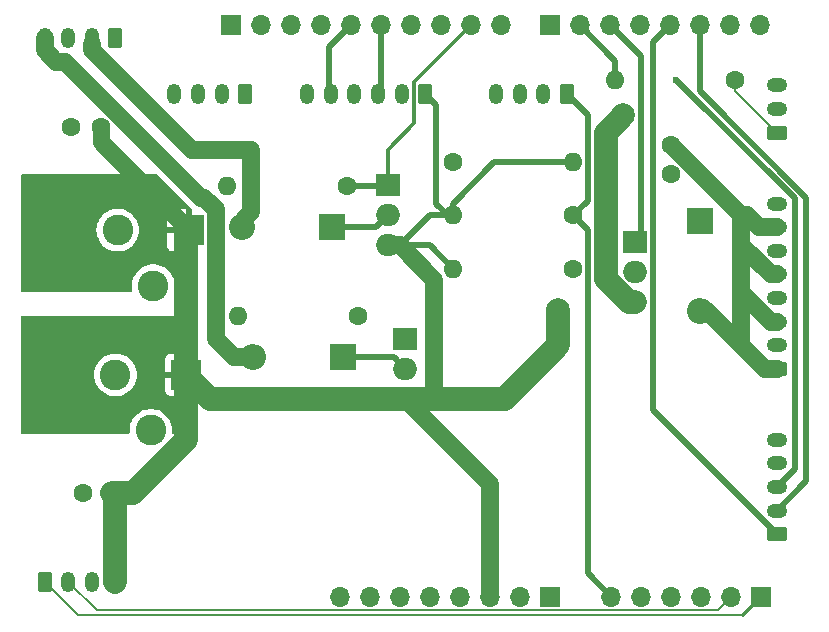
<source format=gbr>
%TF.GenerationSoftware,KiCad,Pcbnew,8.0.4*%
%TF.CreationDate,2024-09-29T14:54:36-07:00*%
%TF.ProjectId,PACE_PCB,50414345-5f50-4434-922e-6b696361645f,rev?*%
%TF.SameCoordinates,Original*%
%TF.FileFunction,Copper,L2,Bot*%
%TF.FilePolarity,Positive*%
%FSLAX46Y46*%
G04 Gerber Fmt 4.6, Leading zero omitted, Abs format (unit mm)*
G04 Created by KiCad (PCBNEW 8.0.4) date 2024-09-29 14:54:36*
%MOMM*%
%LPD*%
G01*
G04 APERTURE LIST*
G04 Aperture macros list*
%AMRoundRect*
0 Rectangle with rounded corners*
0 $1 Rounding radius*
0 $2 $3 $4 $5 $6 $7 $8 $9 X,Y pos of 4 corners*
0 Add a 4 corners polygon primitive as box body*
4,1,4,$2,$3,$4,$5,$6,$7,$8,$9,$2,$3,0*
0 Add four circle primitives for the rounded corners*
1,1,$1+$1,$2,$3*
1,1,$1+$1,$4,$5*
1,1,$1+$1,$6,$7*
1,1,$1+$1,$8,$9*
0 Add four rect primitives between the rounded corners*
20,1,$1+$1,$2,$3,$4,$5,0*
20,1,$1+$1,$4,$5,$6,$7,0*
20,1,$1+$1,$6,$7,$8,$9,0*
20,1,$1+$1,$8,$9,$2,$3,0*%
G04 Aperture macros list end*
%TA.AperFunction,ComponentPad*%
%ADD10RoundRect,0.250000X0.350000X0.625000X-0.350000X0.625000X-0.350000X-0.625000X0.350000X-0.625000X0*%
%TD*%
%TA.AperFunction,ComponentPad*%
%ADD11O,1.200000X1.750000*%
%TD*%
%TA.AperFunction,ComponentPad*%
%ADD12R,2.600000X2.600000*%
%TD*%
%TA.AperFunction,ComponentPad*%
%ADD13C,2.600000*%
%TD*%
%TA.AperFunction,ComponentPad*%
%ADD14C,1.600000*%
%TD*%
%TA.AperFunction,ComponentPad*%
%ADD15O,1.600000X1.600000*%
%TD*%
%TA.AperFunction,ComponentPad*%
%ADD16R,2.200000X2.200000*%
%TD*%
%TA.AperFunction,ComponentPad*%
%ADD17O,2.200000X2.200000*%
%TD*%
%TA.AperFunction,ComponentPad*%
%ADD18R,2.000000X1.905000*%
%TD*%
%TA.AperFunction,ComponentPad*%
%ADD19O,2.000000X1.905000*%
%TD*%
%TA.AperFunction,ComponentPad*%
%ADD20RoundRect,0.250000X0.625000X-0.350000X0.625000X0.350000X-0.625000X0.350000X-0.625000X-0.350000X0*%
%TD*%
%TA.AperFunction,ComponentPad*%
%ADD21O,1.750000X1.200000*%
%TD*%
%TA.AperFunction,ComponentPad*%
%ADD22RoundRect,0.250000X-0.350000X-0.625000X0.350000X-0.625000X0.350000X0.625000X-0.350000X0.625000X0*%
%TD*%
%TA.AperFunction,ComponentPad*%
%ADD23R,1.700000X1.700000*%
%TD*%
%TA.AperFunction,ComponentPad*%
%ADD24O,1.700000X1.700000*%
%TD*%
%TA.AperFunction,ViaPad*%
%ADD25C,2.000000*%
%TD*%
%TA.AperFunction,ViaPad*%
%ADD26C,0.600000*%
%TD*%
%TA.AperFunction,Conductor*%
%ADD27C,1.500000*%
%TD*%
%TA.AperFunction,Conductor*%
%ADD28C,2.000000*%
%TD*%
%TA.AperFunction,Conductor*%
%ADD29C,0.500000*%
%TD*%
%TA.AperFunction,Conductor*%
%ADD30C,1.450000*%
%TD*%
%TA.AperFunction,Conductor*%
%ADD31C,0.200000*%
%TD*%
%TA.AperFunction,Conductor*%
%ADD32C,0.300000*%
%TD*%
G04 APERTURE END LIST*
D10*
%TO.P,J1,1,Pin_1*%
%TO.N,+5V*%
X120000000Y-55250000D03*
D11*
%TO.P,J1,2,Pin_2*%
%TO.N,GND*%
X118000000Y-55250000D03*
%TO.P,J1,3,Pin_3*%
%TO.N,+5V*%
X116000000Y-55250000D03*
%TO.P,J1,4,Pin_4*%
%TO.N,GND*%
X114000000Y-55250000D03*
%TD*%
D12*
%TO.P,12v+1,1*%
%TO.N,GND*%
X115200000Y-66750000D03*
D13*
%TO.P,12v+1,2*%
%TO.N,+12V*%
X109200000Y-66750000D03*
%TO.P,12v+1,3*%
%TO.N,N/C*%
X112200000Y-71450000D03*
%TD*%
D14*
%TO.P,R4,1*%
%TO.N,/PhotoResistor*%
X147745000Y-65500000D03*
D15*
%TO.P,R4,2*%
%TO.N,GND*%
X137585000Y-65500000D03*
%TD*%
D16*
%TO.P,D1,1,K*%
%TO.N,Net-(D1-K)*%
X128310000Y-77500000D03*
D17*
%TO.P,D1,2,A*%
%TO.N,Net-(D1-A)*%
X120690000Y-77500000D03*
%TD*%
D18*
%TO.P,Q1,1,G*%
%TO.N,/Pump 2*%
X133555000Y-75960000D03*
D19*
%TO.P,Q1,2,D*%
%TO.N,Net-(D1-K)*%
X133555000Y-78500000D03*
%TO.P,Q1,3,S*%
%TO.N,GND*%
X133555000Y-81040000D03*
%TD*%
D14*
%TO.P,C1,1*%
%TO.N,+12V*%
X105250000Y-58000000D03*
%TO.P,C1,2*%
%TO.N,GND*%
X107750000Y-58000000D03*
%TD*%
D18*
%TO.P,Q2,1,G*%
%TO.N,/Pump 1*%
X132055000Y-62960000D03*
D19*
%TO.P,Q2,2,D*%
%TO.N,Net-(D2-K)*%
X132055000Y-65500000D03*
%TO.P,Q2,3,S*%
%TO.N,GND*%
X132055000Y-68040000D03*
%TD*%
D14*
%TO.P,R1,1*%
%TO.N,/Pump 2*%
X129580000Y-74000000D03*
D15*
%TO.P,R1,2*%
%TO.N,GND*%
X119420000Y-74000000D03*
%TD*%
D16*
%TO.P,D3,1,K*%
%TO.N,Net-(D3-K)*%
X158500000Y-65940000D03*
D17*
%TO.P,D3,2,A*%
%TO.N,Net-(D3-A)*%
X158500000Y-73560000D03*
%TD*%
D20*
%TO.P,LEDs1,1,Pin_1*%
%TO.N,Net-(LEDs1-Pin_1)*%
X165000000Y-58500000D03*
D21*
%TO.P,LEDs1,2,Pin_2*%
%TO.N,+5V*%
X165000000Y-56500000D03*
%TO.P,LEDs1,3,Pin_3*%
%TO.N,GND*%
X165000000Y-54500000D03*
%TD*%
D12*
%TO.P,5V+1,1*%
%TO.N,GND*%
X115000000Y-79000000D03*
D13*
%TO.P,5V+1,2*%
%TO.N,+5V*%
X109000000Y-79000000D03*
%TO.P,5V+1,3*%
%TO.N,N/C*%
X112000000Y-83700000D03*
%TD*%
D18*
%TO.P,Q3,1,G*%
%TO.N,/Stir Motors 1*%
X153000000Y-67750000D03*
D19*
%TO.P,Q3,2,D*%
%TO.N,Net-(D3-K)*%
X153000000Y-70290000D03*
%TO.P,Q3,3,S*%
%TO.N,GND*%
X153000000Y-72830000D03*
%TD*%
D10*
%TO.P,SD1,1,Pin_1*%
%TO.N,GND*%
X135238000Y-55262000D03*
D11*
%TO.P,SD1,2,Pin_2*%
%TO.N,+5V*%
X133238000Y-55262000D03*
%TO.P,SD1,3,Pin_3*%
%TO.N,/SD MISO*%
X131238000Y-55262000D03*
%TO.P,SD1,4,Pin_4*%
%TO.N,/SD MOSI*%
X129238000Y-55262000D03*
%TO.P,SD1,5,Pin_5*%
%TO.N,/SD SCK *%
X127238000Y-55262000D03*
%TO.P,SD1,6,Pin_6*%
%TO.N,/SD CS*%
X125238000Y-55262000D03*
%TD*%
D20*
%TO.P,RotaryEncoder1,1,Pin_1*%
%TO.N,/Rotoary Encoder ENCB*%
X165000000Y-92500000D03*
D21*
%TO.P,RotaryEncoder1,2,Pin_2*%
%TO.N,/Rotoary Encoder ENCA*%
X165000000Y-90500000D03*
%TO.P,RotaryEncoder1,3,Pin_3*%
%TO.N,/Rotoary Encoder SW*%
X165000000Y-88500000D03*
%TO.P,RotaryEncoder1,4,Pin_4*%
%TO.N,GND*%
X165000000Y-86500000D03*
%TO.P,RotaryEncoder1,5,Pin_5*%
X165000000Y-84500000D03*
%TD*%
D14*
%TO.P,C2,1*%
%TO.N,+5V*%
X106250000Y-89000000D03*
%TO.P,C2,2*%
%TO.N,GND*%
X108750000Y-89000000D03*
%TD*%
%TO.P,R6,1*%
%TO.N,Net-(LEDs1-Pin_1)*%
X161500000Y-54000000D03*
D15*
%TO.P,R6,2*%
%TO.N,/RGB{slash}UV LEDs*%
X151340000Y-54000000D03*
%TD*%
D14*
%TO.P,R3,1*%
%TO.N,/Stir Motors 1*%
X147745000Y-70000000D03*
D15*
%TO.P,R3,2*%
%TO.N,GND*%
X137585000Y-70000000D03*
%TD*%
D20*
%TO.P,StirMotors1,1,Pin_1*%
%TO.N,Net-(D3-A)*%
X165000000Y-78500000D03*
D21*
%TO.P,StirMotors1,2,Pin_2*%
%TO.N,+5V*%
X165000000Y-76500000D03*
%TO.P,StirMotors1,3,Pin_3*%
%TO.N,Net-(D3-A)*%
X165000000Y-74500000D03*
%TO.P,StirMotors1,4,Pin_4*%
%TO.N,+5V*%
X165000000Y-72500000D03*
%TO.P,StirMotors1,5,Pin_5*%
%TO.N,Net-(D3-A)*%
X165000000Y-70500000D03*
%TO.P,StirMotors1,6,Pin_6*%
%TO.N,+5V*%
X165000000Y-68500000D03*
%TO.P,StirMotors1,7,Pin_7*%
%TO.N,Net-(D3-A)*%
X165000000Y-66500000D03*
%TO.P,StirMotors1,8,Pin_8*%
%TO.N,+5V*%
X165000000Y-64500000D03*
%TD*%
D10*
%TO.P,Pumps1,1,Pin_1*%
%TO.N,+12V*%
X109000000Y-50500000D03*
D11*
%TO.P,Pumps1,2,Pin_2*%
%TO.N,Net-(D2-A)*%
X107000000Y-50500000D03*
%TO.P,Pumps1,3,Pin_3*%
%TO.N,+12V*%
X105000000Y-50500000D03*
%TO.P,Pumps1,4,Pin_4*%
%TO.N,Net-(D1-A)*%
X103000000Y-50500000D03*
%TD*%
D10*
%TO.P,OD1,1,Pin_1*%
%TO.N,/PhotoResistor*%
X147238000Y-55262000D03*
D11*
%TO.P,OD1,2,Pin_2*%
%TO.N,+5V*%
X145238000Y-55262000D03*
%TO.P,OD1,3,Pin_3*%
X143238000Y-55262000D03*
%TO.P,OD1,4,Pin_4*%
%TO.N,/PhotoResistor2*%
X141238000Y-55262000D03*
%TD*%
D14*
%TO.P,R5,1*%
%TO.N,/PhotoResistor2*%
X137585000Y-61000000D03*
D15*
%TO.P,R5,2*%
%TO.N,GND*%
X147745000Y-61000000D03*
%TD*%
D22*
%TO.P,LCD1,1,Pin_1*%
%TO.N,/LCD SCL*%
X103000000Y-96500000D03*
D11*
%TO.P,LCD1,2,Pin_2*%
%TO.N,/LCD SDA*%
X105000000Y-96500000D03*
%TO.P,LCD1,3,Pin_3*%
%TO.N,+5V*%
X107000000Y-96500000D03*
%TO.P,LCD1,4,Pin_4*%
%TO.N,GND*%
X109000000Y-96500000D03*
%TD*%
D16*
%TO.P,D2,1,K*%
%TO.N,Net-(D2-K)*%
X127310000Y-66500000D03*
D17*
%TO.P,D2,2,A*%
%TO.N,Net-(D2-A)*%
X119690000Y-66500000D03*
%TD*%
D14*
%TO.P,R2,1*%
%TO.N,/Pump 1*%
X128580000Y-63000000D03*
D15*
%TO.P,R2,2*%
%TO.N,GND*%
X118420000Y-63000000D03*
%TD*%
D14*
%TO.P,C3,1*%
%TO.N,+5V*%
X156000000Y-62000000D03*
%TO.P,C3,2*%
%TO.N,Net-(D3-A)*%
X156000000Y-59500000D03*
%TD*%
D23*
%TO.P,Pins7-1,1,Pin_1*%
%TO.N,unconnected-(Pins7-1-Pin_1-Pad1)*%
X145800000Y-49400000D03*
D24*
%TO.P,Pins7-1,2,Pin_2*%
%TO.N,/RGB{slash}UV LEDs*%
X148340000Y-49400000D03*
%TO.P,Pins7-1,3,Pin_3*%
%TO.N,/Stir Motors 1*%
X150880000Y-49400000D03*
%TO.P,Pins7-1,4,Pin_4*%
%TO.N,/Rotoary Encoder SW*%
X153420000Y-49400000D03*
%TO.P,Pins7-1,5,Pin_5*%
%TO.N,/Rotoary Encoder ENCB*%
X155960000Y-49400000D03*
%TO.P,Pins7-1,6,Pin_6*%
%TO.N,/Rotoary Encoder ENCA*%
X158500000Y-49400000D03*
%TO.P,Pins7-1,7,Pin_7*%
%TO.N,unconnected-(Pins7-1-Pin_7-Pad7)*%
X161040000Y-49400000D03*
%TO.P,Pins7-1,8,Pin_8*%
%TO.N,unconnected-(Pins7-1-Pin_8-Pad8)*%
X163580000Y-49400000D03*
%TD*%
D23*
%TO.P,PinsIOREF-Vin1,1,Pin_1*%
%TO.N,unconnected-(PinsIOREF-Vin1-Pin_1-Pad1)*%
X145800000Y-97800000D03*
D24*
%TO.P,PinsIOREF-Vin1,2,Pin_2*%
%TO.N,unconnected-(PinsIOREF-Vin1-Pin_2-Pad2)*%
X143260000Y-97800000D03*
%TO.P,PinsIOREF-Vin1,3,Pin_3*%
%TO.N,GND*%
X140720000Y-97800000D03*
%TO.P,PinsIOREF-Vin1,4,Pin_4*%
%TO.N,unconnected-(PinsIOREF-Vin1-Pin_4-Pad4)*%
X138180000Y-97800000D03*
%TO.P,PinsIOREF-Vin1,5,Pin_5*%
%TO.N,unconnected-(PinsIOREF-Vin1-Pin_5-Pad5)*%
X135640000Y-97800000D03*
%TO.P,PinsIOREF-Vin1,6,Pin_6*%
%TO.N,unconnected-(PinsIOREF-Vin1-Pin_6-Pad6)*%
X133100000Y-97800000D03*
%TO.P,PinsIOREF-Vin1,7,Pin_7*%
%TO.N,unconnected-(PinsIOREF-Vin1-Pin_7-Pad7)*%
X130560000Y-97800000D03*
%TO.P,PinsIOREF-Vin1,8,Pin_8*%
%TO.N,unconnected-(PinsIOREF-Vin1-Pin_8-Pad8)*%
X128020000Y-97800000D03*
%TD*%
D23*
%TO.P,PinsA0-A1,1,Pin_1*%
%TO.N,/LCD SCL*%
X163680000Y-97800000D03*
D24*
%TO.P,PinsA0-A1,2,Pin_2*%
%TO.N,/LCD SDA*%
X161140000Y-97800000D03*
%TO.P,PinsA0-A1,3,Pin_3*%
%TO.N,/Pump 2*%
X158600000Y-97800000D03*
%TO.P,PinsA0-A1,4,Pin_4*%
%TO.N,unconnected-(PinsA0-A1-Pin_4-Pad4)*%
X156060000Y-97800000D03*
%TO.P,PinsA0-A1,5,Pin_5*%
%TO.N,/PhotoResistor2*%
X153520000Y-97800000D03*
%TO.P,PinsA0-A1,6,Pin_6*%
%TO.N,/PhotoResistor*%
X150980000Y-97800000D03*
%TD*%
D23*
%TO.P,PinsAREF-1,1,Pin_1*%
%TO.N,unconnected-(PinsAREF-1-Pin_1-Pad1)*%
X118752000Y-49400000D03*
D24*
%TO.P,PinsAREF-1,2,Pin_2*%
%TO.N,unconnected-(PinsAREF-1-Pin_2-Pad2)*%
X121292000Y-49400000D03*
%TO.P,PinsAREF-1,3,Pin_3*%
%TO.N,unconnected-(PinsAREF-1-Pin_3-Pad3)*%
X123832000Y-49400000D03*
%TO.P,PinsAREF-1,4,Pin_4*%
%TO.N,unconnected-(PinsAREF-1-Pin_4-Pad4)*%
X126372000Y-49400000D03*
%TO.P,PinsAREF-1,5,Pin_5*%
%TO.N,/SD SCK *%
X128912000Y-49400000D03*
%TO.P,PinsAREF-1,6,Pin_6*%
%TO.N,/SD MISO*%
X131452000Y-49400000D03*
%TO.P,PinsAREF-1,7,Pin_7*%
%TO.N,/SD MOSI*%
X133992000Y-49400000D03*
%TO.P,PinsAREF-1,8,Pin_8*%
%TO.N,/SD CS*%
X136532000Y-49400000D03*
%TO.P,PinsAREF-1,9,Pin_9*%
%TO.N,/Pump 1*%
X139072000Y-49400000D03*
%TO.P,PinsAREF-1,10,Pin_10*%
%TO.N,unconnected-(PinsAREF-1-Pin_10-Pad10)*%
X141612000Y-49400000D03*
%TD*%
D25*
%TO.N,GND*%
X152000000Y-57000000D03*
X146500000Y-73500000D03*
D26*
%TO.N,/Rotoary Encoder SW*%
X156500000Y-54000000D03*
%TD*%
D27*
%TO.N,GND*%
X133055000Y-68040000D02*
X136000000Y-70985000D01*
X136000000Y-70985000D02*
X136000000Y-81040000D01*
D28*
X110500000Y-89000000D02*
X115000000Y-84500000D01*
D27*
X140720000Y-88205000D02*
X133555000Y-81040000D01*
D28*
X152448405Y-72830000D02*
X153000000Y-72830000D01*
D29*
X141085000Y-61000000D02*
X137585000Y-64500000D01*
D28*
X150500000Y-58500000D02*
X150500000Y-70881595D01*
X115000000Y-84500000D02*
X115000000Y-79000000D01*
X117040000Y-81040000D02*
X115000000Y-79000000D01*
D30*
X107750000Y-59300000D02*
X115200000Y-66750000D01*
D31*
X109000000Y-89250000D02*
X108750000Y-89000000D01*
D28*
X151700000Y-57300000D02*
X150500000Y-58500000D01*
D29*
X136165000Y-56189000D02*
X135238000Y-55262000D01*
X137585000Y-65500000D02*
X137165000Y-65500000D01*
D28*
X150500000Y-70881595D02*
X152448405Y-72830000D01*
D29*
X137165000Y-65500000D02*
X136165000Y-64500000D01*
D28*
X115000000Y-79000000D02*
X115000000Y-66950000D01*
D31*
X152000000Y-57000000D02*
X151700000Y-57300000D01*
D28*
X141960000Y-81040000D02*
X133555000Y-81040000D01*
D27*
X132055000Y-68040000D02*
X133055000Y-68040000D01*
D29*
X136165000Y-64500000D02*
X136165000Y-56189000D01*
X132055000Y-68040000D02*
X135625000Y-68040000D01*
X137585000Y-64500000D02*
X137585000Y-65500000D01*
D28*
X108750000Y-89000000D02*
X110500000Y-89000000D01*
D29*
X133055000Y-68040000D02*
X135595000Y-65500000D01*
D28*
X109000000Y-96500000D02*
X109000000Y-89250000D01*
D27*
X136000000Y-81040000D02*
X133555000Y-81040000D01*
D30*
X107750000Y-58000000D02*
X107750000Y-59300000D01*
D28*
X133555000Y-81040000D02*
X117040000Y-81040000D01*
D29*
X135595000Y-65500000D02*
X137585000Y-65500000D01*
D28*
X146500000Y-76500000D02*
X141960000Y-81040000D01*
D29*
X135625000Y-68040000D02*
X137585000Y-70000000D01*
D27*
X140720000Y-97800000D02*
X140720000Y-88205000D01*
D29*
X147745000Y-61000000D02*
X141085000Y-61000000D01*
D28*
X146500000Y-73500000D02*
X146500000Y-76500000D01*
D29*
%TO.N,Net-(D1-K)*%
X132555000Y-77500000D02*
X133555000Y-78500000D01*
X127810000Y-77500000D02*
X132555000Y-77500000D01*
D31*
X127310000Y-77000000D02*
X127810000Y-77500000D01*
D27*
%TO.N,Net-(D1-A)*%
X119000000Y-77500000D02*
X120190000Y-77500000D01*
X117500000Y-76000000D02*
X119000000Y-77500000D01*
X116500000Y-64000000D02*
X117500000Y-65000000D01*
X103000000Y-51500000D02*
X104000000Y-52500000D01*
X117500000Y-65000000D02*
X117500000Y-76000000D01*
X116250000Y-64000000D02*
X116500000Y-64000000D01*
X103000000Y-50500000D02*
X103000000Y-51500000D01*
X104750000Y-52500000D02*
X116250000Y-64000000D01*
X104000000Y-52500000D02*
X104750000Y-52500000D01*
%TO.N,Net-(D2-A)*%
X107000000Y-51500000D02*
X115500000Y-60000000D01*
X120500000Y-60000000D02*
X120500000Y-65190000D01*
X115500000Y-60000000D02*
X120500000Y-60000000D01*
X120500000Y-65190000D02*
X120000000Y-65690000D01*
X107000000Y-51000000D02*
X107000000Y-51500000D01*
D29*
%TO.N,Net-(D2-K)*%
X131055000Y-66500000D02*
X132055000Y-65500000D01*
X127810000Y-66500000D02*
X131055000Y-66500000D01*
D27*
%TO.N,Net-(D3-A)*%
X162000000Y-68000000D02*
X164500000Y-70500000D01*
X159060000Y-73560000D02*
X163500000Y-78000000D01*
X162500000Y-65500000D02*
X163500000Y-66500000D01*
X163500000Y-78000000D02*
X164000000Y-78500000D01*
X156000000Y-59500000D02*
X162000000Y-65500000D01*
X164500000Y-70500000D02*
X165000000Y-70500000D01*
X162000000Y-72000000D02*
X164500000Y-74500000D01*
X162000000Y-65500000D02*
X162500000Y-65500000D01*
X164500000Y-74500000D02*
X165000000Y-74500000D01*
X158500000Y-73560000D02*
X159060000Y-73560000D01*
X163500000Y-66500000D02*
X165000000Y-66500000D01*
X162000000Y-76500000D02*
X162000000Y-65500000D01*
X163500000Y-78000000D02*
X162000000Y-76500000D01*
X164000000Y-78500000D02*
X165000000Y-78500000D01*
D29*
%TO.N,/RGB{slash}UV LEDs*%
X151340000Y-52400000D02*
X148340000Y-49400000D01*
X151340000Y-54000000D02*
X151340000Y-52400000D01*
%TO.N,/PhotoResistor*%
X147568000Y-55592000D02*
X147238000Y-55262000D01*
X149000000Y-66755000D02*
X147745000Y-65500000D01*
X149000000Y-95820000D02*
X149000000Y-66755000D01*
X149000000Y-64245000D02*
X149000000Y-57024000D01*
X147745000Y-65500000D02*
X149000000Y-64245000D01*
X149000000Y-57024000D02*
X147238000Y-55262000D01*
X150980000Y-97800000D02*
X149000000Y-95820000D01*
D31*
%TO.N,/LCD SCL*%
X103000000Y-96500000D02*
X105850000Y-99350000D01*
D32*
X162130000Y-99350000D02*
X163680000Y-97800000D01*
D31*
X105850000Y-99350000D02*
X162130000Y-99350000D01*
%TO.N,/LCD SDA*%
X105000000Y-96500000D02*
X107450000Y-98950000D01*
X159990000Y-98950000D02*
X161140000Y-97800000D01*
X107450000Y-98950000D02*
X159990000Y-98950000D01*
D29*
%TO.N,/Rotoary Encoder SW*%
X165000000Y-88500000D02*
X166500000Y-87000000D01*
X166500000Y-64000000D02*
X156500000Y-54000000D01*
X166500000Y-87000000D02*
X166500000Y-64000000D01*
%TO.N,/Rotoary Encoder ENCA*%
X158500000Y-55000000D02*
X158500000Y-49400000D01*
X167500000Y-88000000D02*
X167500000Y-64000000D01*
X165000000Y-90500000D02*
X167500000Y-88000000D01*
X167500000Y-64000000D02*
X158500000Y-55000000D01*
%TO.N,/Rotoary Encoder ENCB*%
X154500000Y-50860000D02*
X155960000Y-49400000D01*
X165000000Y-92500000D02*
X154500000Y-82000000D01*
X154500000Y-82000000D02*
X154500000Y-50860000D01*
%TO.N,/SD SCK *%
X127078000Y-55102000D02*
X127238000Y-55262000D01*
X128912000Y-49400000D02*
X127078000Y-51234000D01*
X127078000Y-51234000D02*
X127078000Y-55102000D01*
X128912000Y-48900000D02*
X129340000Y-49328000D01*
%TO.N,/SD MISO*%
X131238000Y-55262000D02*
X131452000Y-55048000D01*
X131452000Y-55048000D02*
X131452000Y-49400000D01*
X131452000Y-49400000D02*
X131238000Y-49614000D01*
D32*
%TO.N,/Pump 1*%
X134288000Y-57712000D02*
X134288000Y-54184000D01*
X132055000Y-62060000D02*
X132055000Y-59945000D01*
D29*
X129080000Y-63000000D02*
X132015000Y-63000000D01*
D32*
X132055000Y-59945000D02*
X134288000Y-57712000D01*
X134288000Y-54184000D02*
X139072000Y-49400000D01*
D29*
%TO.N,/Stir Motors 1*%
X153500000Y-52020000D02*
X150880000Y-49400000D01*
X153500000Y-67250000D02*
X153500000Y-52020000D01*
X153000000Y-67750000D02*
X153500000Y-67250000D01*
D31*
X150855000Y-48925000D02*
X150880000Y-48900000D01*
D32*
X150500000Y-49280000D02*
X150855000Y-48925000D01*
D31*
%TO.N,Net-(LEDs1-Pin_1)*%
X161500000Y-55000000D02*
X161500000Y-54000000D01*
X165000000Y-58500000D02*
X161500000Y-55000000D01*
%TD*%
%TA.AperFunction,Conductor*%
%TO.N,GND*%
G36*
X115943039Y-74019685D02*
G01*
X115988794Y-74072489D01*
X116000000Y-74124000D01*
X116000000Y-77076000D01*
X115980315Y-77143039D01*
X115927511Y-77188794D01*
X115876000Y-77200000D01*
X115250000Y-77200000D01*
X115250000Y-78237639D01*
X115233351Y-78230743D01*
X115078793Y-78200000D01*
X114921207Y-78200000D01*
X114766649Y-78230743D01*
X114750000Y-78237639D01*
X114750000Y-77200000D01*
X113652155Y-77200000D01*
X113592627Y-77206401D01*
X113592620Y-77206403D01*
X113457913Y-77256645D01*
X113457906Y-77256649D01*
X113342812Y-77342809D01*
X113342809Y-77342812D01*
X113256649Y-77457906D01*
X113256645Y-77457913D01*
X113206403Y-77592620D01*
X113206401Y-77592627D01*
X113200000Y-77652155D01*
X113200000Y-78750000D01*
X114237639Y-78750000D01*
X114230743Y-78766649D01*
X114200000Y-78921207D01*
X114200000Y-79078793D01*
X114230743Y-79233351D01*
X114237639Y-79250000D01*
X113200000Y-79250000D01*
X113200000Y-80347844D01*
X113206401Y-80407372D01*
X113206403Y-80407379D01*
X113256645Y-80542086D01*
X113256649Y-80542093D01*
X113342809Y-80657187D01*
X113342812Y-80657190D01*
X113457906Y-80743350D01*
X113457913Y-80743354D01*
X113592620Y-80793596D01*
X113592627Y-80793598D01*
X113652155Y-80799999D01*
X113652172Y-80800000D01*
X114750000Y-80800000D01*
X114750000Y-79762360D01*
X114766649Y-79769257D01*
X114921207Y-79800000D01*
X115078793Y-79800000D01*
X115233351Y-79769257D01*
X115250000Y-79762360D01*
X115250000Y-80800000D01*
X115876000Y-80800000D01*
X115943039Y-80819685D01*
X115988794Y-80872489D01*
X116000000Y-80924000D01*
X116000000Y-83876000D01*
X115980315Y-83943039D01*
X115927511Y-83988794D01*
X115876000Y-84000000D01*
X113916708Y-84000000D01*
X113849669Y-83980315D01*
X113803914Y-83927511D01*
X113793055Y-83866734D01*
X113805549Y-83700004D01*
X113805549Y-83699995D01*
X113785383Y-83430898D01*
X113725335Y-83167811D01*
X113725334Y-83167805D01*
X113626743Y-82916602D01*
X113491815Y-82682898D01*
X113323561Y-82471915D01*
X113323560Y-82471914D01*
X113323557Y-82471910D01*
X113125741Y-82288365D01*
X112902775Y-82136349D01*
X112902769Y-82136346D01*
X112902768Y-82136345D01*
X112902767Y-82136344D01*
X112659643Y-82019263D01*
X112659645Y-82019263D01*
X112401773Y-81939720D01*
X112401767Y-81939718D01*
X112134936Y-81899500D01*
X112134929Y-81899500D01*
X111865071Y-81899500D01*
X111865063Y-81899500D01*
X111598232Y-81939718D01*
X111598226Y-81939720D01*
X111340358Y-82019262D01*
X111097230Y-82136346D01*
X110874258Y-82288365D01*
X110676442Y-82471910D01*
X110508185Y-82682898D01*
X110373258Y-82916599D01*
X110373256Y-82916603D01*
X110274666Y-83167804D01*
X110274664Y-83167811D01*
X110214616Y-83430898D01*
X110194451Y-83699995D01*
X110194451Y-83700004D01*
X110206945Y-83866734D01*
X110192325Y-83935057D01*
X110143088Y-83984630D01*
X110083292Y-84000000D01*
X101124000Y-84000000D01*
X101056961Y-83980315D01*
X101011206Y-83927511D01*
X101000000Y-83876000D01*
X101000000Y-78999995D01*
X107194451Y-78999995D01*
X107194451Y-79000004D01*
X107214616Y-79269101D01*
X107239687Y-79378942D01*
X107274666Y-79532195D01*
X107373257Y-79783398D01*
X107508185Y-80017102D01*
X107644080Y-80187509D01*
X107676442Y-80228089D01*
X107863183Y-80401358D01*
X107874259Y-80411635D01*
X108097226Y-80563651D01*
X108340359Y-80680738D01*
X108598228Y-80760280D01*
X108598229Y-80760280D01*
X108598232Y-80760281D01*
X108865063Y-80800499D01*
X108865068Y-80800499D01*
X108865071Y-80800500D01*
X108865072Y-80800500D01*
X109134928Y-80800500D01*
X109134929Y-80800500D01*
X109134936Y-80800499D01*
X109401767Y-80760281D01*
X109401768Y-80760280D01*
X109401772Y-80760280D01*
X109659641Y-80680738D01*
X109902775Y-80563651D01*
X110125741Y-80411635D01*
X110323561Y-80228085D01*
X110491815Y-80017102D01*
X110626743Y-79783398D01*
X110725334Y-79532195D01*
X110785383Y-79269103D01*
X110792105Y-79179402D01*
X110805549Y-79000004D01*
X110805549Y-78999995D01*
X110788062Y-78766649D01*
X110785383Y-78730897D01*
X110725334Y-78467805D01*
X110626743Y-78216602D01*
X110491815Y-77982898D01*
X110323561Y-77771915D01*
X110323560Y-77771914D01*
X110323557Y-77771910D01*
X110125741Y-77588365D01*
X109902775Y-77436349D01*
X109902769Y-77436346D01*
X109902768Y-77436345D01*
X109902767Y-77436344D01*
X109659643Y-77319263D01*
X109659645Y-77319263D01*
X109401773Y-77239720D01*
X109401767Y-77239718D01*
X109134936Y-77199500D01*
X109134929Y-77199500D01*
X108865071Y-77199500D01*
X108865063Y-77199500D01*
X108598232Y-77239718D01*
X108598226Y-77239720D01*
X108340358Y-77319262D01*
X108097230Y-77436346D01*
X107874258Y-77588365D01*
X107676442Y-77771910D01*
X107508185Y-77982898D01*
X107373258Y-78216599D01*
X107373256Y-78216603D01*
X107274666Y-78467804D01*
X107274664Y-78467811D01*
X107214616Y-78730898D01*
X107194451Y-78999995D01*
X101000000Y-78999995D01*
X101000000Y-74124000D01*
X101019685Y-74056961D01*
X101072489Y-74011206D01*
X101124000Y-74000000D01*
X115876000Y-74000000D01*
X115943039Y-74019685D01*
G37*
%TD.AperFunction*%
%TD*%
%TA.AperFunction,Conductor*%
%TO.N,GND*%
G36*
X112497203Y-62019685D02*
G01*
X112517845Y-62036319D01*
X115413681Y-64932155D01*
X115447166Y-64993478D01*
X115450000Y-65019836D01*
X115450000Y-65987639D01*
X115433351Y-65980743D01*
X115278793Y-65950000D01*
X115121207Y-65950000D01*
X114966649Y-65980743D01*
X114950000Y-65987639D01*
X114950000Y-64950000D01*
X113852155Y-64950000D01*
X113792627Y-64956401D01*
X113792620Y-64956403D01*
X113657913Y-65006645D01*
X113657906Y-65006649D01*
X113542812Y-65092809D01*
X113542809Y-65092812D01*
X113456649Y-65207906D01*
X113456645Y-65207913D01*
X113406403Y-65342620D01*
X113406401Y-65342627D01*
X113400000Y-65402155D01*
X113400000Y-66500000D01*
X114437639Y-66500000D01*
X114430743Y-66516649D01*
X114400000Y-66671207D01*
X114400000Y-66828793D01*
X114430743Y-66983351D01*
X114437639Y-67000000D01*
X113400000Y-67000000D01*
X113400000Y-68097844D01*
X113406401Y-68157372D01*
X113406403Y-68157379D01*
X113456645Y-68292086D01*
X113456649Y-68292093D01*
X113542809Y-68407187D01*
X113542812Y-68407190D01*
X113657906Y-68493350D01*
X113657913Y-68493354D01*
X113792620Y-68543596D01*
X113792627Y-68543598D01*
X113852155Y-68549999D01*
X113852172Y-68550000D01*
X114950000Y-68550000D01*
X114950000Y-67512360D01*
X114966649Y-67519257D01*
X115121207Y-67550000D01*
X115278793Y-67550000D01*
X115433351Y-67519257D01*
X115450000Y-67512360D01*
X115450000Y-68550000D01*
X115876000Y-68550000D01*
X115943039Y-68569685D01*
X115988794Y-68622489D01*
X116000000Y-68674000D01*
X116000000Y-71876000D01*
X115980315Y-71943039D01*
X115927511Y-71988794D01*
X115876000Y-72000000D01*
X114076762Y-72000000D01*
X114009723Y-71980315D01*
X113963968Y-71927511D01*
X113954024Y-71858353D01*
X113955871Y-71848408D01*
X113985383Y-71719103D01*
X113985383Y-71719101D01*
X114005549Y-71450004D01*
X114005549Y-71449995D01*
X113985383Y-71180898D01*
X113925335Y-70917811D01*
X113925334Y-70917805D01*
X113826743Y-70666602D01*
X113691815Y-70432898D01*
X113523561Y-70221915D01*
X113523560Y-70221914D01*
X113523557Y-70221910D01*
X113325741Y-70038365D01*
X113102775Y-69886349D01*
X113102769Y-69886346D01*
X113102768Y-69886345D01*
X113102767Y-69886344D01*
X112859643Y-69769263D01*
X112859645Y-69769263D01*
X112601773Y-69689720D01*
X112601767Y-69689718D01*
X112334936Y-69649500D01*
X112334929Y-69649500D01*
X112065071Y-69649500D01*
X112065063Y-69649500D01*
X111798232Y-69689718D01*
X111798226Y-69689720D01*
X111540358Y-69769262D01*
X111297230Y-69886346D01*
X111074258Y-70038365D01*
X110876442Y-70221910D01*
X110708185Y-70432898D01*
X110573258Y-70666599D01*
X110573256Y-70666603D01*
X110474666Y-70917804D01*
X110474664Y-70917811D01*
X110414616Y-71180898D01*
X110394451Y-71449995D01*
X110394451Y-71450004D01*
X110414616Y-71719101D01*
X110414616Y-71719103D01*
X110444129Y-71848408D01*
X110439856Y-71918147D01*
X110398557Y-71974504D01*
X110333345Y-71999587D01*
X110323238Y-72000000D01*
X101124000Y-72000000D01*
X101056961Y-71980315D01*
X101011206Y-71927511D01*
X101000000Y-71876000D01*
X101000000Y-66749995D01*
X107394451Y-66749995D01*
X107394451Y-66750004D01*
X107414616Y-67019101D01*
X107439687Y-67128942D01*
X107474666Y-67282195D01*
X107573257Y-67533398D01*
X107708185Y-67767102D01*
X107844080Y-67937509D01*
X107876442Y-67978089D01*
X108063183Y-68151358D01*
X108074259Y-68161635D01*
X108297226Y-68313651D01*
X108540359Y-68430738D01*
X108798228Y-68510280D01*
X108798229Y-68510280D01*
X108798232Y-68510281D01*
X109065063Y-68550499D01*
X109065068Y-68550499D01*
X109065071Y-68550500D01*
X109065072Y-68550500D01*
X109334928Y-68550500D01*
X109334929Y-68550500D01*
X109334936Y-68550499D01*
X109601767Y-68510281D01*
X109601768Y-68510280D01*
X109601772Y-68510280D01*
X109859641Y-68430738D01*
X110102775Y-68313651D01*
X110325741Y-68161635D01*
X110523561Y-67978085D01*
X110691815Y-67767102D01*
X110826743Y-67533398D01*
X110925334Y-67282195D01*
X110985383Y-67019103D01*
X110992105Y-66929402D01*
X111005549Y-66750004D01*
X111005549Y-66749995D01*
X110988062Y-66516649D01*
X110985383Y-66480897D01*
X110925334Y-66217805D01*
X110826743Y-65966602D01*
X110691815Y-65732898D01*
X110523561Y-65521915D01*
X110523560Y-65521914D01*
X110523557Y-65521910D01*
X110325741Y-65338365D01*
X110258949Y-65292827D01*
X110102775Y-65186349D01*
X110102769Y-65186346D01*
X110102768Y-65186345D01*
X110102767Y-65186344D01*
X109859643Y-65069263D01*
X109859645Y-65069263D01*
X109601773Y-64989720D01*
X109601767Y-64989718D01*
X109334936Y-64949500D01*
X109334929Y-64949500D01*
X109065071Y-64949500D01*
X109065063Y-64949500D01*
X108798232Y-64989718D01*
X108798226Y-64989720D01*
X108540358Y-65069262D01*
X108297230Y-65186346D01*
X108074258Y-65338365D01*
X107876442Y-65521910D01*
X107708185Y-65732898D01*
X107573258Y-65966599D01*
X107573256Y-65966603D01*
X107474666Y-66217804D01*
X107474664Y-66217811D01*
X107414616Y-66480898D01*
X107394451Y-66749995D01*
X101000000Y-66749995D01*
X101000000Y-62124000D01*
X101019685Y-62056961D01*
X101072489Y-62011206D01*
X101124000Y-62000000D01*
X112430164Y-62000000D01*
X112497203Y-62019685D01*
G37*
%TD.AperFunction*%
%TD*%
M02*

</source>
